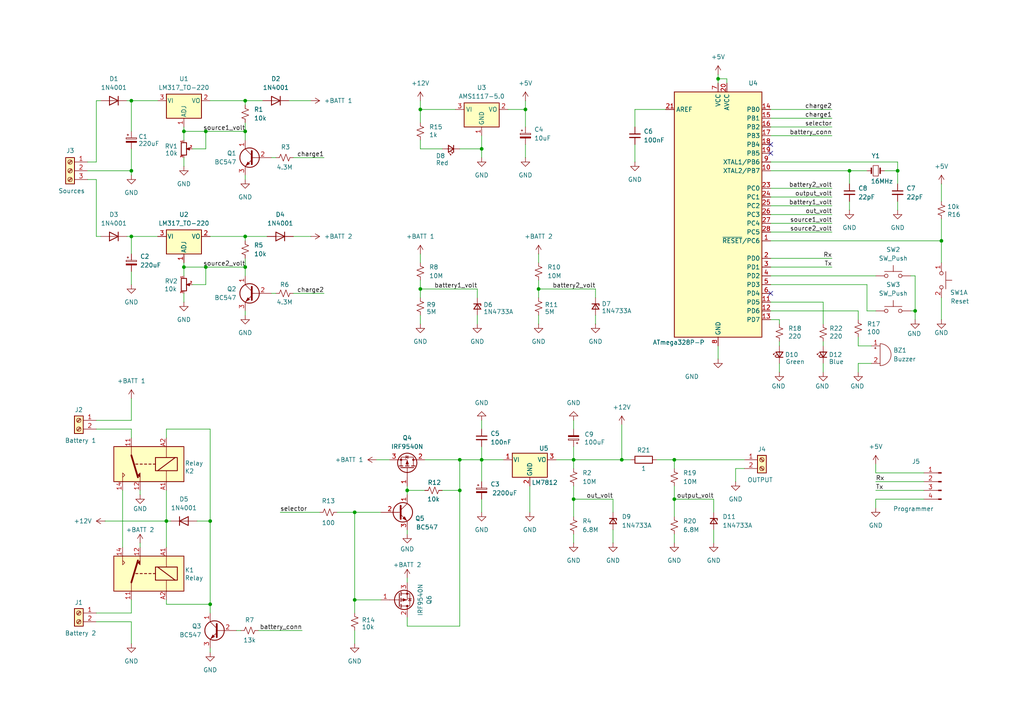
<source format=kicad_sch>
(kicad_sch (version 20231120) (generator "eeschema") (generator_version "8.0")
  (paper "A4")
  (junction (at 38.1 49.53))
  (junction (at 71.12 77.47))
  (junction (at 118.11 142.24))
  (junction (at 195.58 133.35))
  (junction (at 166.37 144.78))
  (junction (at 59.69 38.1))
  (junction (at 71.12 38.1))
  (junction (at 156.21 83.82))
  (junction (at 71.12 68.58))
  (junction (at 139.7 133.35))
  (junction (at 133.35 133.35))
  (junction (at 121.92 31.75))
  (junction (at 195.58 144.78))
  (junction (at 53.34 77.47))
  (junction (at 180.34 133.35))
  (junction (at 71.12 29.21))
  (junction (at 48.26 151.13))
  (junction (at 265.43 90.17))
  (junction (at 60.96 175.26))
  (junction (at 133.35 142.24))
  (junction (at 121.92 83.82))
  (junction (at 260.35 49.53))
  (junction (at 208.28 22.86))
  (junction (at 102.87 173.99))
  (junction (at 59.69 77.47))
  (junction (at 152.4 31.75))
  (junction (at 38.1 29.21))
  (junction (at 38.1 68.58))
  (junction (at 60.96 151.13))
  (junction (at 53.34 38.1))
  (junction (at 166.37 133.35))
  (junction (at 139.7 43.18))
  (junction (at 102.87 148.59))
  (junction (at 246.38 49.53))
  (junction (at 273.05 69.85))
  (no_connect (at 223.52 41.91))
  (no_connect (at 223.52 85.09))
  (no_connect (at 223.52 44.45))
  (wire (pts (xy 48.26 142.24) (xy 48.26 151.13)))
  (wire (pts (xy 265.43 90.17) (xy 265.43 92.71)))
  (wire (pts (xy 264.16 80.01) (xy 265.43 80.01)))
  (wire (pts (xy 195.58 154.94) (xy 195.58 157.48)))
  (wire (pts (xy 248.92 105.41) (xy 248.92 107.95)))
  (wire (pts (xy 208.28 100.33) (xy 208.28 104.14)))
  (wire (pts (xy 48.26 127) (xy 48.26 124.46)))
  (wire (pts (xy 38.1 29.21) (xy 45.72 29.21)))
  (wire (pts (xy 195.58 144.78) (xy 195.58 149.86)))
  (wire (pts (xy 184.15 41.91) (xy 184.15 46.99)))
  (wire (pts (xy 55.88 43.18) (xy 59.69 43.18)))
  (wire (pts (xy 152.4 29.21) (xy 152.4 31.75)))
  (wire (pts (xy 48.26 151.13) (xy 48.26 158.75)))
  (wire (pts (xy 273.05 69.85) (xy 273.05 76.2)))
  (wire (pts (xy 252.73 105.41) (xy 248.92 105.41)))
  (wire (pts (xy 195.58 140.97) (xy 195.58 144.78)))
  (wire (pts (xy 118.11 181.61) (xy 133.35 181.61)))
  (wire (pts (xy 128.27 142.24) (xy 133.35 142.24)))
  (wire (pts (xy 121.92 73.66) (xy 121.92 76.2)))
  (wire (pts (xy 138.43 86.36) (xy 138.43 83.82)))
  (wire (pts (xy 190.5 133.35) (xy 195.58 133.35)))
  (wire (pts (xy 223.52 69.85) (xy 273.05 69.85)))
  (wire (pts (xy 152.4 31.75) (xy 152.4 36.83)))
  (wire (pts (xy 133.35 142.24) (xy 133.35 181.61)))
  (wire (pts (xy 25.4 46.99) (xy 27.94 46.99)))
  (wire (pts (xy 102.87 148.59) (xy 102.87 173.99)))
  (wire (pts (xy 238.76 87.63) (xy 238.76 93.98)))
  (wire (pts (xy 121.92 83.82) (xy 121.92 86.36)))
  (wire (pts (xy 121.92 83.82) (xy 138.43 83.82)))
  (wire (pts (xy 38.1 78.74) (xy 38.1 82.55)))
  (wire (pts (xy 121.92 81.28) (xy 121.92 83.82)))
  (wire (pts (xy 207.01 153.67) (xy 207.01 157.48)))
  (wire (pts (xy 27.94 46.99) (xy 27.94 29.21)))
  (wire (pts (xy 251.46 82.55) (xy 251.46 90.17)))
  (wire (pts (xy 273.05 69.85) (xy 273.05 63.5)))
  (wire (pts (xy 74.93 182.88) (xy 87.63 182.88)))
  (wire (pts (xy 223.52 80.01) (xy 254 80.01)))
  (wire (pts (xy 260.35 49.53) (xy 260.35 53.34)))
  (wire (pts (xy 118.11 142.24) (xy 118.11 143.51)))
  (wire (pts (xy 71.12 29.21) (xy 71.12 30.48)))
  (wire (pts (xy 85.09 85.09) (xy 93.98 85.09)))
  (wire (pts (xy 223.52 74.93) (xy 241.3 74.93)))
  (wire (pts (xy 71.12 35.56) (xy 71.12 38.1)))
  (wire (pts (xy 238.76 105.41) (xy 238.76 107.95)))
  (wire (pts (xy 102.87 173.99) (xy 110.49 173.99)))
  (wire (pts (xy 139.7 43.18) (xy 139.7 39.37)))
  (wire (pts (xy 38.1 68.58) (xy 45.72 68.58)))
  (wire (pts (xy 48.26 151.13) (xy 49.53 151.13)))
  (wire (pts (xy 193.04 31.75) (xy 184.15 31.75)))
  (wire (pts (xy 223.52 67.31) (xy 241.3 67.31)))
  (wire (pts (xy 71.12 74.93) (xy 71.12 77.47)))
  (wire (pts (xy 53.34 38.1) (xy 53.34 40.64)))
  (wire (pts (xy 71.12 29.21) (xy 76.2 29.21)))
  (wire (pts (xy 195.58 133.35) (xy 195.58 135.89)))
  (wire (pts (xy 109.22 133.35) (xy 113.03 133.35)))
  (wire (pts (xy 133.35 43.18) (xy 139.7 43.18)))
  (wire (pts (xy 27.94 177.8) (xy 38.1 177.8)))
  (wire (pts (xy 156.21 73.66) (xy 156.21 76.2)))
  (wire (pts (xy 215.9 135.89) (xy 213.36 135.89)))
  (wire (pts (xy 38.1 49.53) (xy 38.1 50.8)))
  (wire (pts (xy 59.69 38.1) (xy 71.12 38.1)))
  (wire (pts (xy 207.01 144.78) (xy 207.01 148.59)))
  (wire (pts (xy 80.01 45.72) (xy 78.74 45.72)))
  (wire (pts (xy 133.35 133.35) (xy 139.7 133.35)))
  (wire (pts (xy 40.64 157.48) (xy 40.64 158.75)))
  (wire (pts (xy 254 144.78) (xy 254 147.32)))
  (wire (pts (xy 166.37 140.97) (xy 166.37 144.78)))
  (wire (pts (xy 78.74 85.09) (xy 80.01 85.09)))
  (wire (pts (xy 166.37 121.92) (xy 166.37 124.46)))
  (wire (pts (xy 60.96 175.26) (xy 60.96 177.8)))
  (wire (pts (xy 139.7 133.35) (xy 139.7 139.7)))
  (wire (pts (xy 267.97 137.16) (xy 254 137.16)))
  (wire (pts (xy 38.1 121.92) (xy 38.1 115.57)))
  (wire (pts (xy 213.36 135.89) (xy 213.36 139.7)))
  (wire (pts (xy 223.52 36.83) (xy 241.3 36.83)))
  (wire (pts (xy 53.34 38.1) (xy 59.69 38.1)))
  (wire (pts (xy 53.34 77.47) (xy 59.69 77.47)))
  (wire (pts (xy 123.19 133.35) (xy 133.35 133.35)))
  (wire (pts (xy 27.94 121.92) (xy 38.1 121.92)))
  (wire (pts (xy 102.87 148.59) (xy 110.49 148.59)))
  (wire (pts (xy 71.12 38.1) (xy 71.12 40.64)))
  (wire (pts (xy 208.28 22.86) (xy 210.82 22.86)))
  (wire (pts (xy 85.09 68.58) (xy 90.17 68.58)))
  (wire (pts (xy 226.06 99.06) (xy 226.06 100.33)))
  (wire (pts (xy 25.4 49.53) (xy 38.1 49.53)))
  (wire (pts (xy 246.38 58.42) (xy 246.38 60.96)))
  (wire (pts (xy 156.21 83.82) (xy 156.21 86.36)))
  (wire (pts (xy 156.21 91.44) (xy 156.21 93.98)))
  (wire (pts (xy 248.92 100.33) (xy 252.73 100.33)))
  (wire (pts (xy 208.28 21.59) (xy 208.28 22.86)))
  (wire (pts (xy 60.96 187.96) (xy 60.96 189.23)))
  (wire (pts (xy 38.1 124.46) (xy 38.1 127)))
  (wire (pts (xy 139.7 121.92) (xy 139.7 124.46)))
  (wire (pts (xy 195.58 133.35) (xy 215.9 133.35)))
  (wire (pts (xy 118.11 140.97) (xy 118.11 142.24)))
  (wire (pts (xy 139.7 43.18) (xy 139.7 45.72)))
  (wire (pts (xy 118.11 153.67) (xy 118.11 154.94)))
  (wire (pts (xy 267.97 139.7) (xy 254 139.7)))
  (wire (pts (xy 57.15 151.13) (xy 60.96 151.13)))
  (wire (pts (xy 267.97 144.78) (xy 254 144.78)))
  (wire (pts (xy 238.76 99.06) (xy 238.76 100.33)))
  (wire (pts (xy 121.92 43.18) (xy 121.92 40.64)))
  (wire (pts (xy 223.52 87.63) (xy 238.76 87.63)))
  (wire (pts (xy 35.56 142.24) (xy 35.56 158.75)))
  (wire (pts (xy 172.72 91.44) (xy 172.72 93.98)))
  (wire (pts (xy 71.12 77.47) (xy 71.12 80.01)))
  (wire (pts (xy 60.96 68.58) (xy 71.12 68.58)))
  (wire (pts (xy 38.1 43.18) (xy 38.1 49.53)))
  (wire (pts (xy 223.52 31.75) (xy 241.3 31.75)))
  (wire (pts (xy 38.1 29.21) (xy 38.1 38.1)))
  (wire (pts (xy 248.92 90.17) (xy 248.92 92.71)))
  (wire (pts (xy 121.92 29.21) (xy 121.92 31.75)))
  (wire (pts (xy 161.29 133.35) (xy 166.37 133.35)))
  (wire (pts (xy 166.37 133.35) (xy 166.37 135.89)))
  (wire (pts (xy 152.4 41.91) (xy 152.4 45.72)))
  (wire (pts (xy 59.69 82.55) (xy 59.69 77.47)))
  (wire (pts (xy 60.96 124.46) (xy 60.96 151.13)))
  (wire (pts (xy 53.34 45.72) (xy 53.34 48.26)))
  (wire (pts (xy 166.37 144.78) (xy 166.37 149.86)))
  (wire (pts (xy 264.16 90.17) (xy 265.43 90.17)))
  (wire (pts (xy 166.37 144.78) (xy 177.8 144.78)))
  (wire (pts (xy 97.79 148.59) (xy 102.87 148.59)))
  (wire (pts (xy 226.06 92.71) (xy 226.06 93.98)))
  (wire (pts (xy 139.7 129.54) (xy 139.7 133.35)))
  (wire (pts (xy 156.21 83.82) (xy 172.72 83.82)))
  (wire (pts (xy 60.96 175.26) (xy 48.26 175.26)))
  (wire (pts (xy 30.48 151.13) (xy 48.26 151.13)))
  (wire (pts (xy 138.43 91.44) (xy 138.43 93.98)))
  (wire (pts (xy 139.7 133.35) (xy 146.05 133.35)))
  (wire (pts (xy 38.1 173.99) (xy 38.1 177.8)))
  (wire (pts (xy 38.1 180.34) (xy 38.1 186.69)))
  (wire (pts (xy 48.26 175.26) (xy 48.26 173.99)))
  (wire (pts (xy 60.96 29.21) (xy 71.12 29.21)))
  (wire (pts (xy 223.52 62.23) (xy 241.3 62.23)))
  (wire (pts (xy 223.52 54.61) (xy 241.3 54.61)))
  (wire (pts (xy 123.19 142.24) (xy 118.11 142.24)))
  (wire (pts (xy 71.12 50.8) (xy 71.12 52.07)))
  (wire (pts (xy 223.52 77.47) (xy 241.3 77.47)))
  (wire (pts (xy 36.83 68.58) (xy 38.1 68.58)))
  (wire (pts (xy 246.38 49.53) (xy 251.46 49.53)))
  (wire (pts (xy 208.28 22.86) (xy 208.28 24.13)))
  (wire (pts (xy 27.94 29.21) (xy 29.21 29.21)))
  (wire (pts (xy 71.12 68.58) (xy 77.47 68.58)))
  (wire (pts (xy 55.88 82.55) (xy 59.69 82.55)))
  (wire (pts (xy 248.92 97.79) (xy 248.92 100.33)))
  (wire (pts (xy 59.69 77.47) (xy 71.12 77.47)))
  (wire (pts (xy 156.21 81.28) (xy 156.21 83.82)))
  (wire (pts (xy 166.37 154.94) (xy 166.37 157.48)))
  (wire (pts (xy 223.52 82.55) (xy 251.46 82.55)))
  (wire (pts (xy 60.96 151.13) (xy 60.96 175.26)))
  (wire (pts (xy 71.12 68.58) (xy 71.12 69.85)))
  (wire (pts (xy 81.28 148.59) (xy 92.71 148.59)))
  (wire (pts (xy 133.35 142.24) (xy 133.35 133.35)))
  (wire (pts (xy 27.94 124.46) (xy 38.1 124.46)))
  (wire (pts (xy 121.92 31.75) (xy 121.92 35.56)))
  (wire (pts (xy 132.08 31.75) (xy 121.92 31.75)))
  (wire (pts (xy 251.46 90.17) (xy 254 90.17)))
  (wire (pts (xy 36.83 29.21) (xy 38.1 29.21)))
  (wire (pts (xy 267.97 142.24) (xy 254 142.24)))
  (wire (pts (xy 273.05 58.42) (xy 273.05 53.34)))
  (wire (pts (xy 83.82 29.21) (xy 90.17 29.21)))
  (wire (pts (xy 102.87 182.88) (xy 102.87 186.69)))
  (wire (pts (xy 139.7 144.78) (xy 139.7 148.59)))
  (wire (pts (xy 53.34 85.09) (xy 53.34 87.63)))
  (wire (pts (xy 177.8 144.78) (xy 177.8 148.59)))
  (wire (pts (xy 260.35 49.53) (xy 256.54 49.53)))
  (wire (pts (xy 260.35 58.42) (xy 260.35 60.96)))
  (wire (pts (xy 184.15 31.75) (xy 184.15 36.83)))
  (wire (pts (xy 223.52 46.99) (xy 260.35 46.99)))
  (wire (pts (xy 223.52 49.53) (xy 246.38 49.53)))
  (wire (pts (xy 223.52 64.77) (xy 241.3 64.77)))
  (wire (pts (xy 53.34 77.47) (xy 53.34 80.01)))
  (wire (pts (xy 166.37 129.54) (xy 166.37 133.35)))
  (wire (pts (xy 195.58 144.78) (xy 207.01 144.78)))
  (wire (pts (xy 166.37 133.35) (xy 180.34 133.35)))
  (wire (pts (xy 172.72 83.82) (xy 172.72 86.36)))
  (wire (pts (xy 223.52 92.71) (xy 226.06 92.71)))
  (wire (pts (xy 128.27 43.18) (xy 121.92 43.18)))
  (wire (pts (xy 273.05 86.36) (xy 273.05 92.71)))
  (wire (pts (xy 265.43 80.01) (xy 265.43 90.17)))
  (wire (pts (xy 71.12 90.17) (xy 71.12 91.44)))
  (wire (pts (xy 27.94 52.07) (xy 27.94 68.58)))
  (wire (pts (xy 102.87 173.99) (xy 102.87 177.8)))
  (wire (pts (xy 121.92 91.44) (xy 121.92 93.98)))
  (wire (pts (xy 226.06 105.41) (xy 226.06 107.95)))
  (wire (pts (xy 246.38 49.53) (xy 246.38 53.34)))
  (wire (pts (xy 25.4 52.07) (xy 27.94 52.07)))
  (wire (pts (xy 153.67 140.97) (xy 153.67 148.59)))
  (wire (pts (xy 48.26 124.46) (xy 60.96 124.46)))
  (wire (pts (xy 118.11 181.61) (xy 118.11 179.07)))
  (wire (pts (xy 85.09 45.72) (xy 93.98 45.72)))
  (wire (pts (xy 210.82 22.86) (xy 210.82 24.13)))
  (wire (pts (xy 38.1 68.58) (xy 38.1 73.66)))
  (wire (pts (xy 27.94 68.58) (xy 29.21 68.58)))
  (wire (pts (xy 254 134.62) (xy 254 137.16)))
  (wire (pts (xy 223.52 90.17) (xy 248.92 90.17)))
  (wire (pts (xy 68.58 182.88) (xy 69.85 182.88)))
  (wire (pts (xy 260.35 46.99) (xy 260.35 49.53)))
  (wire (pts (xy 223.52 39.37) (xy 241.3 39.37)))
  (wire (pts (xy 223.52 57.15) (xy 241.3 57.15)))
  (wire (pts (xy 223.52 59.69) (xy 241.3 59.69)))
  (wire (pts (xy 147.32 31.75) (xy 152.4 31.75)))
  (wire (pts (xy 180.34 133.35) (xy 182.88 133.35)))
  (wire (pts (xy 59.69 43.18) (xy 59.69 38.1)))
  (wire (pts (xy 53.34 76.2) (xy 53.34 77.47)))
  (wire (pts (xy 118.11 167.64) (xy 118.11 168.91)))
  (wire (pts (xy 53.34 36.83) (xy 53.34 38.1)))
  (wire (pts (xy 27.94 180.34) (xy 38.1 180.34)))
  (wire (pts (xy 177.8 153.67) (xy 177.8 157.48)))
  (wire (pts (xy 223.52 34.29) (xy 241.3 34.29)))
  (wire (pts (xy 180.34 123.19) (xy 180.34 133.35)))
  (wire (pts (xy 40.64 143.51) (xy 40.64 142.24)))
  (label "Tx" (at 254 142.24 0))
  (label "source2_volt" (at 71.12 77.47 180))
  (label "source2_volt" (at 241.3 67.31 180))
  (label "battery1_volt" (at 241.3 59.69 180))
  (label "battery_conn" (at 241.3 39.37 180))
  (label "selector" (at 81.28 148.59 0))
  (label "battery1_volt" (at 138.43 83.82 180))
  (label "out_volt" (at 241.3 62.23 180))
  (label "charge1" (at 93.98 45.72 180))
  (label "source1_volt" (at 71.12 38.1 180))
  (label "source1_volt" (at 241.3 64.77 180))
  (label "out_volt" (at 177.8 144.78 180))
  (label "charge1" (at 241.3 34.29 180))
  (label "battery_conn" (at 87.63 182.88 180))
  (label "charge2" (at 241.3 31.75 180))
  (label "Tx" (at 241.3 77.47 180))
  (label "battery2_volt" (at 172.72 83.82 180))
  (label "output_volt" (at 241.3 57.15 180))
  (label "charge2" (at 93.98 85.09 180))
  (label "battery2_volt" (at 241.3 54.61 180))
  (label "Rx" (at 254 139.7 0))
  (label "Rx" (at 241.3 74.93 180))
  (label "selector" (at 241.3 36.83 180))
  (label "output_volt" (at 207.01 144.78 180))
  (symbol (lib_id "Connector:Screw_Terminal_01x03") (at 20.32 49.53 0) (mirror y) (unit 1)
    (property "Reference" "J3" (at 21.59 43.688 0) (effects (justify left)))
    (property "Value" "Sources" (at 24.638 55.372 0) (effects (justify left)))
    (property "Footprint" "TerminalBlock:TerminalBlock_bornier-3_P5.08mm" (effects (hide yes)))
    (property "Description" "Generic screw terminal, single row, 01x03, script generated (kicad-library-utils/schlib/autogen/connector/)" (effects (hide yes)))
  )
  (symbol (lib_id "Device:C_Polarized_Small") (at 152.4 39.37 0) (unit 1)
    (property "Reference" "C4" (at 154.94 37.5538 0) (effects (justify left)))
    (property "Value" "10uF" (at 154.94 40.0938 0) (effects (justify left)))
    (property "Footprint" "Capacitor_THT:CP_Radial_D6.3mm_P2.50mm" (effects (hide yes)))
    (property "Description" "Polarized capacitor, small symbol" (effects (hide yes)))
  )
  (symbol (lib_id "power:GND") (at 121.92 93.98 0) (unit 1)
    (property "Reference" "#PWR015" (effects (hide yes)))
    (property "Value" "GND" (at 121.92 99.06 0))
    (property "Description" "Power symbol creates a global label with name \"GND\" , ground" (effects (hide yes)))
  )
  (symbol (lib_id "power:GND") (at 102.87 186.69 0) (unit 1)
    (property "Reference" "#PWR022" (effects (hide yes)))
    (property "Value" "GND" (at 102.87 191.77 0))
    (property "Description" "Power symbol creates a global label with name \"GND\" , ground" (effects (hide yes)))
  )
  (symbol (lib_id "Transistor_BJT:BC547") (at 115.57 148.59 0) (unit 1)
    (property "Reference" "Q5" (at 120.396 150.368 0) (effects (justify left)))
    (property "Value" "BC547" (at 120.65 152.908 0) (effects (justify left)))
    (property "Footprint" "Package_TO_SOT_THT:TO-92_Inline" (effects (hide yes)))
    (property "Datasheet" "https://www.onsemi.com/pub/Collateral/BC550-D.pdf" (effects (hide yes)))
    (property "Description" "0.1A Ic, 45V Vce, Small Signal NPN Transistor, TO-92" (effects (hide yes)))
  )
  (symbol (lib_id "Device:R") (at 186.69 133.35 90) (unit 1)
    (property "Reference" "R21" (at 186.69 130.556 90))
    (property "Value" "1" (at 186.69 135.89 90))
    (property "Footprint" "Resistor_THT:R_Axial_Power_L20.0mm_W6.4mm_P30.48mm" (effects (hide yes)))
    (property "Description" "Resistor" (effects (hide yes)))
  )
  (symbol (lib_id "Regulator_Linear:AMS1117-5.0") (at 139.7 31.75 0) (unit 1)
    (property "Reference" "U3" (at 139.7 25.4 0))
    (property "Value" "AMS1117-5.0" (at 139.7 27.94 0))
    (property "Footprint" "Package_TO_SOT_SMD:SOT-223-3_TabPin2" (effects (hide yes)))
    (property "Datasheet" "http://www.advanced-monolithic.com/pdf/ds1117.pdf" (effects (hide yes)))
    (property "Description" "1A Low Dropout regulator, positive, 5.0V fixed output, SOT-223" (effects (hide yes)))
  )
  (symbol (lib_id "Diode:1N4001") (at 33.02 29.21 180) (unit 1)
    (property "Reference" "D1" (at 33.02 22.86 0))
    (property "Value" "1N4001" (at 33.02 25.4 0))
    (property "Footprint" "Diode_THT:D_DO-41_SOD81_P10.16mm_Horizontal" (effects (hide yes)))
    (property "Datasheet" "http://www.vishay.com/docs/88503/1n4001.pdf" (effects (hide yes)))
    (property "Description" "50V 1A General Purpose Rectifier Diode, DO-41" (effects (hide yes)))
    (property "Sim.Device" "D" (effects (hide yes)))
    (property "Sim.Pins" "1=K 2=A" (effects (hide yes)))
  )
  (symbol (lib_id "power:+BATT") (at 38.1 115.57 0) (unit 1)
    (property "Reference" "#PWR011" (effects (hide yes)))
    (property "Value" "+BATT 1" (at 38.1 110.49 0))
    (property "Description" "Power symbol creates a global label with name \"+BATT\"" (effects (hide yes)))
  )
  (symbol (lib_id "Connector:Screw_Terminal_01x02") (at 22.86 177.8 0) (mirror y) (unit 1)
    (property "Reference" "J1" (at 22.86 174.752 0))
    (property "Value" "Battery 2" (at 23.368 183.642 0))
    (property "Footprint" "TerminalBlock:TerminalBlock_bornier-2_P5.08mm" (effects (hide yes)))
    (property "Description" "Generic screw terminal, single row, 01x02, script generated (kicad-library-utils/schlib/autogen/connector/)" (effects (hide yes)))
  )
  (symbol (lib_id "power:GND") (at 139.7 121.92 180) (unit 1)
    (property "Reference" "#PWR033" (effects (hide yes)))
    (property "Value" "GND" (at 139.7 116.84 0))
    (property "Description" "Power symbol creates a global label with name \"GND\" , ground" (effects (hide yes)))
  )
  (symbol (lib_id "power:GND") (at 152.4 45.72 0) (unit 1)
    (property "Reference" "#PWR029" (effects (hide yes)))
    (property "Value" "GND" (at 152.4 50.8 0))
    (property "Description" "Power symbol creates a global label with name \"GND\" , ground" (effects (hide yes)))
  )
  (symbol (lib_id "power:+5V") (at 152.4 29.21 0) (unit 1)
    (property "Reference" "#PWR031" (effects (hide yes)))
    (property "Value" "+5V" (at 152.4 24.13 0))
    (property "Description" "Power symbol creates a global label with name \"+5V\"" (effects (hide yes)))
  )
  (symbol (lib_id "Switch:SW_Push") (at 259.08 80.01 0) (unit 1)
    (property "Reference" "SW2" (at 259.08 72.39 0))
    (property "Value" "SW_Push" (at 259.08 74.93 0))
    (property "Footprint" "Connector_PinHeader_2.00mm:PinHeader_2x01_P2.00mm_Vertical" (effects (hide yes)))
    (property "Description" "Push button switch, generic, two pins" (effects (hide yes)))
  )
  (symbol (lib_id "power:+BATT") (at 90.17 68.58 270) (unit 1)
    (property "Reference" "#PWR010" (effects (hide yes)))
    (property "Value" "+BATT 2" (at 93.98 68.5799 90) (effects (justify left)))
    (property "Description" "Power symbol creates a global label with name \"+BATT\"" (effects (hide yes)))
  )
  (symbol (lib_id "Device:D_Zener_Small") (at 138.43 88.9 270) (unit 1)
    (property "Reference" "D6" (at 140.208 88.392 90) (effects (justify left)))
    (property "Value" "1N4733A" (at 140.208 90.424 90) (effects (justify left)))
    (property "Footprint" "Diode_THT:D_A-405_P10.16mm_Horizontal" (effects (hide yes)))
    (property "Description" "Zener diode, small symbol" (effects (hide yes)))
  )
  (symbol (lib_id "power:+12V") (at 180.34 123.19 0) (unit 1)
    (property "Reference" "#PWR023" (effects (hide yes)))
    (property "Value" "+12V" (at 180.34 118.11 0))
    (property "Description" "Power symbol creates a global label with name \"+12V\"" (effects (hide yes)))
  )
  (symbol (lib_id "power:+5V") (at 254 134.62 0) (mirror y) (unit 1)
    (property "Reference" "#PWR042" (effects (hide yes)))
    (property "Value" "+5V" (at 254 129.54 0))
    (property "Description" "Power symbol creates a global label with name \"+5V\"" (effects (hide yes)))
  )
  (symbol (lib_id "Switch:SW_Push") (at 259.08 90.17 0) (unit 1)
    (property "Reference" "SW3" (at 259.08 82.55 0))
    (property "Value" "SW_Push" (at 259.08 85.09 0))
    (property "Footprint" "Connector_PinHeader_2.00mm:PinHeader_2x01_P2.00mm_Vertical" (effects (hide yes)))
    (property "Description" "Push button switch, generic, two pins" (effects (hide yes)))
  )
  (symbol (lib_id "Device:C_Polarized_Small") (at 139.7 142.24 0) (unit 1)
    (property "Reference" "C3" (at 142.24 140.4238 0) (effects (justify left)))
    (property "Value" "2200uF" (at 142.748 143.002 0) (effects (justify left)))
    (property "Footprint" "Capacitor_THT:CP_Radial_D6.3mm_P2.50mm" (effects (hide yes)))
    (property "Description" "Polarized capacitor, small symbol" (effects (hide yes)))
  )
  (symbol (lib_id "Device:C_Small") (at 260.35 55.88 0) (unit 1)
    (property "Reference" "C7" (at 262.89 54.6162 0) (effects (justify left)))
    (property "Value" "22pF" (at 262.89 57.1562 0) (effects (justify left)))
    (property "Footprint" "Capacitor_THT:C_Disc_D3.0mm_W1.6mm_P2.50mm" (effects (hide yes)))
    (property "Description" "Unpolarized capacitor, small symbol" (effects (hide yes)))
  )
  (symbol (lib_id "power:GND") (at 153.67 148.59 0) (unit 1)
    (property "Reference" "#PWR048" (effects (hide yes)))
    (property "Value" "GND" (at 153.67 153.67 0))
    (property "Description" "Power symbol creates a global label with name \"GND\" , ground" (effects (hide yes)))
  )
  (symbol (lib_id "Device:R_Small_US") (at 72.39 182.88 90) (unit 1)
    (property "Reference" "R7" (at 72.39 179.832 90))
    (property "Value" "13k" (at 72.39 185.674 90))
    (property "Footprint" "Resistor_THT:R_Axial_DIN0207_L6.3mm_D2.5mm_P10.16mm_Horizontal" (effects (hide yes)))
    (property "Description" "Resistor, small US symbol" (effects (hide yes)))
  )
  (symbol (lib_id "Switch:SW_Push_Dual_x2") (at 273.05 81.28 270) (unit 1)
    (property "Reference" "SW1" (at 278.13 84.836 90))
    (property "Value" "Reset" (at 278.384 87.376 90))
    (property "Footprint" "Button_Switch_THT:SW_PUSH_6mm_H4.3mm" (effects (hide yes)))
    (property "Description" "Push button switch, generic, separate symbols, four pins" (effects (hide yes)))
  )
  (symbol (lib_id "Device:R_Small_US") (at 166.37 152.4 0) (unit 1)
    (property "Reference" "R4" (at 168.91 151.1299 0) (effects (justify left)))
    (property "Value" "6.8M" (at 168.91 153.6699 0) (effects (justify left)))
    (property "Footprint" "Resistor_THT:R_Axial_DIN0207_L6.3mm_D2.5mm_P10.16mm_Horizontal" (effects (hide yes)))
    (property "Description" "Resistor, small US symbol" (effects (hide yes)))
  )
  (symbol (lib_id "power:+BATT") (at 109.22 133.35 90) (unit 1)
    (property "Reference" "#PWR027" (effects (hide yes)))
    (property "Value" "+BATT 1" (at 105.41 133.3499 90) (effects (justify left)))
    (property "Description" "Power symbol creates a global label with name \"+BATT\"" (effects (hide yes)))
  )
  (symbol (lib_id "Transistor_BJT:BC547") (at 73.66 85.09 0) (mirror y) (unit 1)
    (property "Reference" "Q2" (at 68.58 83.8199 0) (effects (justify left)))
    (property "Value" "BC547" (at 68.58 86.3599 0) (effects (justify left)))
    (property "Footprint" "Package_TO_SOT_THT:TO-92_Inline" (effects (hide yes)))
    (property "Datasheet" "https://www.onsemi.com/pub/Collateral/BC550-D.pdf" (effects (hide yes)))
    (property "Description" "0.1A Ic, 45V Vce, Small Signal NPN Transistor, TO-92" (effects (hide yes)))
  )
  (symbol (lib_id "power:GND") (at 53.34 87.63 0) (unit 1)
    (property "Reference" "#PWR06" (effects (hide yes)))
    (property "Value" "GND" (at 53.34 92.71 0))
    (property "Description" "Power symbol creates a global label with name \"GND\" , ground" (effects (hide yes)))
  )
  (symbol (lib_id "Transistor_BJT:BC547") (at 63.5 182.88 0) (mirror y) (unit 1)
    (property "Reference" "Q3" (at 58.42 181.6099 0) (effects (justify left)))
    (property "Value" "BC547" (at 58.42 184.1499 0) (effects (justify left)))
    (property "Footprint" "Package_TO_SOT_THT:TO-92_Inline" (effects (hide yes)))
    (property "Datasheet" "https://www.onsemi.com/pub/Collateral/BC550-D.pdf" (effects (hide yes)))
    (property "Description" "0.1A Ic, 45V Vce, Small Signal NPN Transistor, TO-92" (effects (hide yes)))
  )
  (symbol (lib_id "power:+5V") (at 208.28 21.59 0) (unit 1)
    (property "Reference" "#PWR038" (effects (hide yes)))
    (property "Value" "+5V" (at 208.28 16.51 0))
    (property "Description" "Power symbol creates a global label with name \"+5V\"" (effects (hide yes)))
  )
  (symbol (lib_id "power:GND") (at 38.1 186.69 0) (unit 1)
    (property "Reference" "#PWR08" (effects (hide yes)))
    (property "Value" "GND" (at 38.1 191.77 0))
    (property "Description" "Power symbol creates a global label with name \"GND\" , ground" (effects (hide yes)))
  )
  (symbol (lib_id "Device:Crystal_Small") (at 254 49.53 0) (unit 1)
    (property "Reference" "Y1" (at 254 45.212 0))
    (property "Value" "16MHz" (at 255.778 52.578 0))
    (property "Footprint" "Crystal:Crystal_HC18-U_Vertical" (effects (hide yes)))
    (property "Description" "Two pin crystal, small symbol" (effects (hide yes)))
  )
  (symbol (lib_id "power:GND") (at 260.35 60.96 0) (unit 1)
    (property "Reference" "#PWR037" (effects (hide yes)))
    (property "Value" "GND" (at 260.35 66.04 0))
    (property "Description" "Power symbol creates a global label with name \"GND\" , ground" (effects (hide yes)))
  )
  (symbol (lib_id "Connector:Screw_Terminal_01x02") (at 22.86 121.92 0) (mirror y) (unit 1)
    (property "Reference" "J2" (at 22.86 118.872 0))
    (property "Value" "Battery 1" (at 23.368 127.762 0))
    (property "Footprint" "TerminalBlock:TerminalBlock_bornier-2_P5.08mm" (effects (hide yes)))
    (property "Description" "Generic screw terminal, single row, 01x02, script generated (kicad-library-utils/schlib/autogen/connector/)" (effects (hide yes)))
  )
  (symbol (lib_id "Device:R_Small_US") (at 95.25 148.59 90) (unit 1)
    (property "Reference" "R13" (at 95.25 145.288 90))
    (property "Value" "100" (at 95.25 151.638 90))
    (property "Footprint" "Resistor_THT:R_Axial_DIN0207_L6.3mm_D2.5mm_P10.16mm_Horizontal" (effects (hide yes)))
    (property "Description" "Resistor, small US symbol" (effects (hide yes)))
  )
  (symbol (lib_id "MCU_Microchip_ATmega:ATmega328P-P") (at 208.28 62.23 0) (unit 1)
    (property "Reference" "U4" (at 218.44 24.13 0))
    (property "Value" "ATmega328P-P" (at 196.85 99.314 0))
    (property "Footprint" "Package_DIP:DIP-28_W7.62mm" (effects (hide yes)))
    (property "Datasheet" "http://ww1.microchip.com/downloads/en/DeviceDoc/ATmega328_P%20AVR%20MCU%20with%20picoPower%20Technology%20Data%20Sheet%2040001984A.pdf" (effects (hide yes)))
    (property "Description" "20MHz, 32kB Flash, 2kB SRAM, 1kB EEPROM, DIP-28" (effects (hide yes)))
  )
  (symbol (lib_id "power:GND") (at 184.15 46.99 0) (unit 1)
    (property "Reference" "#PWR034" (effects (hide yes)))
    (property "Value" "GND" (at 184.15 52.07 0))
    (property "Description" "Power symbol creates a global label with name \"GND\" , ground" (effects (hide yes)))
  )
  (symbol (lib_id "power:GND") (at 226.06 107.95 0) (unit 1)
    (property "Reference" "#PWR047" (effects (hide yes)))
    (property "Value" "GND" (at 227.838 112.014 0) (effects (justify right)))
    (property "Description" "Power symbol creates a global label with name \"GND\" , ground" (effects (hide yes)))
  )
  (symbol (lib_id "power:+BATT") (at 90.17 29.21 270) (unit 1)
    (property "Reference" "#PWR09" (effects (hide yes)))
    (property "Value" "+BATT 1" (at 93.98 29.2099 90) (effects (justify left)))
    (property "Description" "Power symbol creates a global label with name \"+BATT\"" (effects (hide yes)))
  )
  (symbol (lib_id "Device:R_Potentiometer_Small") (at 53.34 43.18 0) (unit 1)
    (property "Reference" "RV1" (at 51.562 42.418 0) (effects (justify right)))
    (property "Value" "10k" (at 51.562 44.45 0) (effects (justify right)))
    (property "Footprint" "Potentiometer_THT:Potentiometer_Runtron_RM-065_Vertical" (effects (hide yes)))
    (property "Description" "Potentiometer" (effects (hide yes)))
  )
  (symbol (lib_id "Device:R_Small_US") (at 125.73 142.24 90) (unit 1)
    (property "Reference" "R12" (at 125.984 139.954 90))
    (property "Value" "10k" (at 125.73 144.78 90))
    (property "Footprint" "Resistor_THT:R_Axial_DIN0207_L6.3mm_D2.5mm_P10.16mm_Horizontal" (effects (hide yes)))
    (property "Description" "Resistor, small US symbol" (effects (hide yes)))
  )
  (symbol (lib_id "power:+5V") (at 273.05 53.34 0) (unit 1)
    (property "Reference" "#PWR040" (effects (hide yes)))
    (property "Value" "+5V" (at 273.05 48.26 0))
    (property "Description" "Power symbol creates a global label with name \"+5V\"" (effects (hide yes)))
  )
  (symbol (lib_id "Device:D_Zener_Small") (at 207.01 151.13 270) (unit 1)
    (property "Reference" "D11" (at 209.55 149.8599 90) (effects (justify left)))
    (property "Value" "1N4733A" (at 209.55 152.3999 90) (effects (justify left)))
    (property "Footprint" "Diode_THT:D_A-405_P10.16mm_Horizontal" (effects (hide yes)))
    (property "Description" "Zener diode, small symbol" (effects (hide yes)))
  )
  (symbol (lib_id "power:+12V") (at 121.92 29.21 0) (unit 1)
    (property "Reference" "#PWR030" (effects (hide yes)))
    (property "Value" "+12V" (at 121.92 24.13 0))
    (property "Description" "Power symbol creates a global label with name \"+12V\"" (effects (hide yes)))
  )
  (symbol (lib_id "Device:C_Small") (at 139.7 127 0) (unit 1)
    (property "Reference" "C5" (at 142.24 125.7362 0) (effects (justify left)))
    (property "Value" "100nF" (at 142.24 128.2762 0) (effects (justify left)))
    (property "Footprint" "Capacitor_THT:C_Disc_D3.0mm_W1.6mm_P2.50mm" (effects (hide yes)))
    (property "Description" "Unpolarized capacitor, small symbol" (effects (hide yes)))
  )
  (symbol (lib_id "Device:LED_Small") (at 130.81 43.18 180) (unit 1)
    (property "Reference" "D8" (at 127.762 45.212 0))
    (property "Value" "Red" (at 128.27 47.244 0))
    (property "Footprint" "LED_THT:LED_D3.0mm_Clear" (effects (hide yes)))
    (property "Description" "Light emitting diode, small symbol" (effects (hide yes)))
  )
  (symbol (lib_id "Device:C_Small") (at 184.15 39.37 0) (unit 1)
    (property "Reference" "C6" (at 186.69 38.1062 0) (effects (justify left)))
    (property "Value" "100nF" (at 186.69 40.6462 0) (effects (justify left)))
    (property "Footprint" "Capacitor_THT:C_Disc_D3.0mm_W1.6mm_P2.50mm" (effects (hide yes)))
    (property "Description" "Unpolarized capacitor, small symbol" (effects (hide yes)))
  )
  (symbol (lib_id "power:+BATT") (at 156.21 73.66 0) (unit 1)
    (property "Reference" "#PWR020" (effects (hide yes)))
    (property "Value" "+BATT 2" (at 156.21 68.58 0))
    (property "Description" "Power symbol creates a global label with name \"+BATT\"" (effects (hide yes)))
  )
  (symbol (lib_id "Device:R_Small_US") (at 156.21 88.9 0) (unit 1)
    (property "Reference" "R11" (at 157.988 88.392 0) (effects (justify left)))
    (property "Value" "5M" (at 157.988 90.424 0) (effects (justify left)))
    (property "Footprint" "Resistor_THT:R_Axial_DIN0207_L6.3mm_D2.5mm_P10.16mm_Horizontal" (effects (hide yes)))
    (property "Description" "Resistor, small US symbol" (effects (hide yes)))
  )
  (symbol (lib_id "Device:C_Polarized_Small") (at 38.1 76.2 0) (unit 1)
    (property "Reference" "C2" (at 40.64 74.3838 0) (effects (justify left)))
    (property "Value" "220uF" (at 40.64 76.9238 0) (effects (justify left)))
    (property "Footprint" "Capacitor_THT:CP_Radial_D6.3mm_P2.50mm" (effects (hide yes)))
    (property "Description" "Polarized capacitor, small symbol" (effects (hide yes)))
  )
  (symbol (lib_id "Device:R_Small_US") (at 71.12 72.39 0) (unit 1)
    (property "Reference" "R5" (at 73.66 71.1199 0) (effects (justify left)))
    (property "Value" "10k" (at 73.66 73.6599 0) (effects (justify left)))
    (property "Footprint" "Resistor_THT:R_Axial_DIN0207_L6.3mm_D2.5mm_P10.16mm_Horizontal" (effects (hide yes)))
    (property "Description" "Resistor, small US symbol" (effects (hide yes)))
  )
  (symbol (lib_id "Device:R_Small_US") (at 71.12 33.02 0) (unit 1)
    (property "Reference" "R1" (at 73.66 31.7499 0) (effects (justify left)))
    (property "Value" "10k" (at 73.66 34.2899 0) (effects (justify left)))
    (property "Footprint" "Resistor_THT:R_Axial_DIN0207_L6.3mm_D2.5mm_P10.16mm_Horizontal" (effects (hide yes)))
    (property "Description" "Resistor, small US symbol" (effects (hide yes)))
  )
  (symbol (lib_id "Regulator_Linear:LM7812_TO220") (at 153.67 133.35 0) (unit 1)
    (property "Reference" "U5" (at 157.734 130.048 0))
    (property "Value" "LM7812" (at 157.988 139.954 0))
    (property "Footprint" "Package_TO_SOT_THT:TO-220-3_Vertical" (effects (hide yes)))
    (property "Datasheet" "https://www.onsemi.cn/PowerSolutions/document/MC7800-D.PDF" (effects (hide yes)))
    (property "Description" "Positive 1A 35V Linear Regulator, Fixed Output 12V, TO-220" (effects (hide yes)))
  )
  (symbol (lib_id "Device:R_Small_US") (at 226.06 96.52 0) (unit 1)
    (property "Reference" "R18" (at 228.6 95.2499 0) (effects (justify left)))
    (property "Value" "220" (at 228.6 97.536 0) (effects (justify left)))
    (property "Footprint" "Resistor_THT:R_Axial_DIN0207_L6.3mm_D2.5mm_P10.16mm_Horizontal" (effects (hide yes)))
    (property "Description" "Resistor, small US symbol" (effects (hide yes)))
  )
  (symbol (lib_id "power:GND") (at 60.96 189.23 0) (unit 1)
    (property "Reference" "#PWR014" (effects (hide yes)))
    (property "Value" "GND" (at 60.96 194.31 0))
    (property "Description" "Power symbol creates a global label with name \"GND\" , ground" (effects (hide yes)))
  )
  (symbol (lib_id "power:GND") (at 195.58 157.48 0) (unit 1)
    (property "Reference" "#PWR04" (effects (hide yes)))
    (property "Value" "GND" (at 195.58 162.56 0))
    (property "Description" "Power symbol creates a global label with name \"GND\" , ground" (effects (hide yes)))
  )
  (symbol (lib_id "Relay:Relay_SPDT") (at 43.18 166.37 0) (mirror y) (unit 1)
    (property "Reference" "K1" (at 53.594 165.354 0) (effects (justify right)))
    (property "Value" "Relay" (at 53.594 167.64 0) (effects (justify right)))
    (property "Footprint" "Relay_THT:Relay_SPDT_Finder_36.11" (effects (hide yes)))
    (property "Description" "Monostable Relay SPDT, EN50005" (effects (hide yes)))
  )
  (symbol (lib_id "Device:R_Small_US") (at 121.92 88.9 0) (unit 1)
    (property "Reference" "R9" (at 123.698 88.392 0) (effects (justify left)))
    (property "Value" "5M" (at 123.698 90.424 0) (effects (justify left)))
    (property "Footprint" "Resistor_THT:R_Axial_DIN0207_L6.3mm_D2.5mm_P10.16mm_Horizontal" (effects (hide yes)))
    (property "Description" "Resistor, small US symbol" (effects (hide yes)))
  )
  (symbol (lib_id "Transistor_FET:IRF9540N") (at 118.11 135.89 270) (mirror x) (unit 1)
    (property "Reference" "Q4" (at 118.11 127 90))
    (property "Value" "IRF9540N" (at 118.11 129.54 90))
    (property "Footprint" "Package_TO_SOT_THT:TO-220-3_Vertical" (effects (hide yes)))
    (property "Datasheet" "http://www.irf.com/product-info/datasheets/data/irf9540n.pdf" (effects (hide yes)))
    (property "Description" "-23A Id, -100V Vds, 117mOhm Rds, P-Channel HEXFET Power MOSFET, TO-220" (effects (hide yes)))
  )
  (symbol (lib_id "Regulator_Linear:LM317_TO-220") (at 53.34 68.58 0) (unit 1)
    (property "Reference" "U2" (at 53.34 62.23 0))
    (property "Value" "LM317_TO-220" (at 53.34 64.77 0))
    (property "Footprint" "Package_TO_SOT_THT:TO-220-3_Vertical" (effects (hide yes)))
    (property "Datasheet" "http://www.ti.com/lit/ds/symlink/lm317.pdf" (effects (hide yes)))
    (property "Description" "1.5A 35V Adjustable Linear Regulator, TO-220" (effects (hide yes)))
  )
  (symbol (lib_id "Regulator_Linear:LM317_TO-220") (at 53.34 29.21 0) (unit 1)
    (property "Reference" "U1" (at 53.34 22.86 0))
    (property "Value" "LM317_TO-220" (at 53.34 25.4 0))
    (property "Footprint" "Package_TO_SOT_THT:TO-220-3_Vertical" (effects (hide yes)))
    (property "Datasheet" "http://www.ti.com/lit/ds/symlink/lm317.pdf" (effects (hide yes)))
    (property "Description" "1.5A 35V Adjustable Linear Regulator, TO-220" (effects (hide yes)))
  )
  (symbol (lib_id "Device:R_Small_US") (at 82.55 45.72 90) (unit 1)
    (property "Reference" "R3" (at 82.804 42.672 90))
    (property "Value" "4.3M" (at 82.55 48.514 90))
    (property "Footprint" "Resistor_THT:R_Axial_DIN0207_L6.3mm_D2.5mm_P10.16mm_Horizontal" (effects (hide yes)))
    (property "Description" "Resistor, small US symbol" (effects (hide yes)))
  )
  (symbol (lib_id "Device:C_Polarized_Small") (at 166.37 127 180) (unit 1)
    (property "Reference" "C9" (at 172.212 125.984 0) (effects (justify left)))
    (property "Value" "100uF" (at 175.514 128.27 0) (effects (justify left)))
    (property "Footprint" "Capacitor_THT:CP_Radial_D6.3mm_P2.50mm" (effects (hide yes)))
    (property "Description" "Polarized capacitor, small symbol" (effects (hide yes)))
  )
  (symbol (lib_id "power:+BATT") (at 118.11 167.64 0) (unit 1)
    (property "Reference" "#PWR026" (effects (hide yes)))
    (property "Value" "+BATT 2" (at 118.11 163.83 0))
    (property "Description" "Power symbol creates a global label with name \"+BATT\"" (effects (hide yes)))
  )
  (symbol (lib_id "power:GND") (at 38.1 82.55 0) (unit 1)
    (property "Reference" "#PWR05" (effects (hide yes)))
    (property "Value" "GND" (at 38.1 87.63 0))
    (property "Description" "Power symbol creates a global label with name \"GND\" , ground" (effects (hide yes)))
  )
  (symbol (lib_id "Device:D_Zener_Small") (at 177.8 151.13 270) (unit 1)
    (property "Reference" "D9" (at 180.34 149.8599 90) (effects (justify left)))
    (property "Value" "1N4733A" (at 180.34 152.3999 90) (effects (justify left)))
    (property "Footprint" "Diode_THT:D_A-405_P10.16mm_Horizontal" (effects (hide yes)))
    (property "Description" "Zener diode, small symbol" (effects (hide yes)))
  )
  (symbol (lib_id "power:GND") (at 156.21 93.98 0) (unit 1)
    (property "Reference" "#PWR017" (effects (hide yes)))
    (property "Value" "GND" (at 156.21 99.06 0))
    (property "Description" "Power symbol creates a global label with name \"GND\" , ground" (effects (hide yes)))
  )
  (symbol (lib_id "power:GND") (at 138.43 93.98 0) (unit 1)
    (property "Reference" "#PWR016" (effects (hide yes)))
    (property "Value" "GND" (at 138.43 99.06 0))
    (property "Description" "Power symbol creates a global label with name \"GND\" , ground" (effects (hide yes)))
  )
  (symbol (lib_id "power:GND") (at 40.64 143.51 0) (unit 1)
    (property "Reference" "#PWR012" (effects (hide yes)))
    (property "Value" "GND" (at 40.64 147.574 0))
    (property "Description" "Power symbol creates a global label with name \"GND\" , ground" (effects (hide yes)))
  )
  (symbol (lib_id "Device:D_Zener_Small") (at 172.72 88.9 270) (unit 1)
    (property "Reference" "D7" (at 174.498 88.138 90) (effects (justify left)))
    (property "Value" "1N4733A" (at 174.498 90.17 90) (effects (justify left)))
    (property "Footprint" "Diode_THT:D_A-405_P10.16mm_Horizontal" (effects (hide yes)))
    (property "Description" "Zener diode, small symbol" (effects (hide yes)))
  )
  (symbol (lib_id "Diode:1N4001") (at 81.28 68.58 180) (unit 1)
    (property "Reference" "D4" (at 81.28 62.23 0))
    (property "Value" "1N4001" (at 81.28 64.77 0))
    (property "Footprint" "Diode_THT:D_DO-41_SOD81_P10.16mm_Horizontal" (effects (hide yes)))
    (property "Datasheet" "http://www.vishay.com/docs/88503/1n4001.pdf" (effects (hide yes)))
    (property "Description" "50V 1A General Purpose Rectifier Diode, DO-41" (effects (hide yes)))
    (property "Sim.Device" "D" (effects (hide yes)))
    (property "Sim.Pins" "1=K 2=A" (effects (hide yes)))
  )
  (symbol (lib_id "power:GND") (at 53.34 48.26 0) (unit 1)
    (property "Reference" "#PWR02" (effects (hide yes)))
    (property "Value" "GND" (at 53.34 53.34 0))
    (property "Description" "Power symbol creates a global label with name \"GND\" , ground" (effects (hide yes)))
  )
  (symbol (lib_id "Device:Buzzer") (at 255.27 102.87 0) (unit 1)
    (property "Reference" "BZ1" (at 259.08 101.5999 0) (effects (justify left)))
    (property "Value" "Buzzer" (at 259.08 104.1399 0) (effects (justify left)))
    (property "Footprint" "Buzzer_Beeper:Buzzer_12x9.5RM7.6" (effects (hide yes)))
    (property "Description" "Buzzer, polarized" (effects (hide yes)))
  )
  (symbol (lib_id "power:GND") (at 238.76 107.95 0) (unit 1)
    (property "Reference" "#PWR051" (effects (hide yes)))
    (property "Value" "GND" (at 240.538 112.014 0) (effects (justify right)))
    (property "Description" "Power symbol creates a global label with name \"GND\" , ground" (effects (hide yes)))
  )
  (symbol (lib_id "power:GND") (at 254 147.32 0) (mirror y) (unit 1)
    (property "Reference" "#PWR041" (effects (hide yes)))
    (property "Value" "GND" (at 254 152.4 0))
    (property "Description" "Power symbol creates a global label with name \"GND\" , ground" (effects (hide yes)))
  )
  (symbol (lib_id "power:GND") (at 208.28 104.14 0) (unit 1)
    (property "Reference" "#PWR035" (effects (hide yes)))
    (property "Value" "GND" (at 200.66 109.22 0))
    (property "Description" "Power symbol creates a global label with name \"GND\" , ground" (effects (hide yes)))
  )
  (symbol (lib_id "Device:R_Small_US") (at 102.87 180.34 0) (unit 1)
    (property "Reference" "R14" (at 104.902 179.832 0) (effects (justify left)))
    (property "Value" "10k" (at 104.902 181.864 0) (effects (justify left)))
    (property "Footprint" "Resistor_THT:R_Axial_DIN0207_L6.3mm_D2.5mm_P10.16mm_Horizontal" (effects (hide yes)))
    (property "Description" "Resistor, small US symbol" (effects (hide yes)))
  )
  (symbol (lib_id "Device:R_Small_US") (at 195.58 138.43 0) (unit 1)
    (property "Reference" "R19" (at 198.12 137.1599 0) (effects (justify left)))
    (property "Value" "10M" (at 198.12 139.6999 0) (effects (justify left)))
    (property "Footprint" "Resistor_THT:R_Axial_DIN0207_L6.3mm_D2.5mm_P10.16mm_Horizontal" (effects (hide yes)))
    (property "Description" "Resistor, small US symbol" (effects (hide yes)))
  )
  (symbol (lib_id "Device:R_Small_US") (at 238.76 96.52 0) (unit 1)
    (property "Reference" "R22" (at 240.538 95.25 0) (effects (justify left)))
    (property "Value" "220" (at 240.538 97.536 0) (effects (justify left)))
    (property "Footprint" "Resistor_THT:R_Axial_DIN0207_L6.3mm_D2.5mm_P10.16mm_Horizontal" (effects (hide yes)))
    (property "Description" "Resistor, small US symbol" (effects (hide yes)))
  )
  (symbol (lib_id "power:GND") (at 207.01 157.48 0) (unit 1)
    (property "Reference" "#PWR050" (effects (hide yes)))
    (property "Value" "GND" (at 207.01 162.56 0))
    (property "Description" "Power symbol creates a global label with name \"GND\" , ground" (effects (hide yes)))
  )
  (symbol (lib_id "power:GND") (at 177.8 157.48 0) (unit 1)
    (property "Reference" "#PWR044" (effects (hide yes)))
    (property "Value" "GND" (at 177.8 162.56 0))
    (property "Description" "Power symbol creates a global label with name \"GND\" , ground" (effects (hide yes)))
  )
  (symbol (lib_id "power:GND") (at 246.38 60.96 0) (unit 1)
    (property "Reference" "#PWR036" (effects (hide yes)))
    (property "Value" "GND" (at 246.38 66.04 0))
    (property "Description" "Power symbol creates a global label with name \"GND\" , ground" (effects (hide yes)))
  )
  (symbol (lib_id "power:GND") (at 248.92 107.95 0) (unit 1)
    (property "Reference" "#PWR046" (effects (hide yes)))
    (property "Value" "GND" (at 250.698 112.014 0) (effects (justify right)))
    (property "Description" "Power symbol creates a global label with name \"GND\" , ground" (effects (hide yes)))
  )
  (symbol (lib_id "Diode:1N4001") (at 53.34 151.13 0) (unit 1)
    (property "Reference" "D5" (at 53.34 144.78 0))
    (property "Value" "1N4001" (at 53.34 147.32 0))
    (property "Footprint" "Diode_THT:D_DO-41_SOD81_P10.16mm_Horizontal" (effects (hide yes)))
    (property "Datasheet" "http://www.vishay.com/docs/88503/1n4001.pdf" (effects (hide yes)))
    (property "Description" "50V 1A General Purpose Rectifier Diode, DO-41" (effects (hide yes)))
    (property "Sim.Device" "D" (effects (hide yes)))
    (property "Sim.Pins" "1=K 2=A" (effects (hide yes)))
  )
  (symbol (lib_id "power:GND") (at 139.7 148.59 0) (unit 1)
    (property "Reference" "#PWR025" (effects (hide yes)))
    (property "Value" "GND" (at 139.7 153.67 0))
    (property "Description" "Power symbol creates a global label with name \"GND\" , ground" (effects (hide yes)))
  )
  (symbol (lib_id "Diode:1N4001") (at 80.01 29.21 180) (unit 1)
    (property "Reference" "D2" (at 80.01 22.86 0))
    (property "Value" "1N4001" (at 80.01 25.4 0))
    (property "Footprint" "Diode_THT:D_DO-41_SOD81_P10.16mm_Horizontal" (effects (hide yes)))
    (property "Datasheet" "http://www.vishay.com/docs/88503/1n4001.pdf" (effects (hide yes)))
    (property "Description" "50V 1A General Purpose Rectifier Diode, DO-41" (effects (hide yes)))
    (property "Sim.Device" "D" (effects (hide yes)))
    (property "Sim.Pins" "1=K 2=A" (effects (hide yes)))
  )
  (symbol (lib_id "power:GND") (at 118.11 154.94 0) (unit 1)
    (property "Reference" "#PWR021" (effects (hide yes)))
    (property "Value" "GND" (at 118.11 159.258 0))
    (property "Description" "Power symbol creates a global label with name \"GND\" , ground" (effects (hide yes)))
  )
  (symbol (lib_id "power:GND") (at 71.12 52.07 0) (unit 1)
    (property "Reference" "#PWR01" (effects (hide yes)))
    (property "Value" "GND" (at 71.12 57.15 0))
    (property "Description" "Power symbol creates a global label with name \"GND\" , ground" (effects (hide yes)))
  )
  (symbol (lib_id "Diode:1N4001") (at 33.02 68.58 180) (unit 1)
    (property "Reference" "D3" (at 33.02 62.23 0))
    (property "Value" "1N4001" (at 33.02 64.77 0))
    (property "Footprint" "Diode_THT:D_DO-41_SOD81_P10.16mm_Horizontal" (effects (hide yes)))
    (property "Datasheet" "http://www.vishay.com/docs/88503/1n4001.pdf" (effects (hide yes)))
    (property "Description" "50V 1A General Purpose Rectifier Diode, DO-41" (effects (hide yes)))
    (property "Sim.Device" "D" (effects (hide yes)))
    (property "Sim.Pins" "1=K 2=A" (effects (hide yes)))
  )
  (symbol (lib_id "Device:R_Small_US") (at 273.05 60.96 180) (unit 1)
    (property "Reference" "R16" (at 278.638 62.23 0) (effects (justify left)))
    (property "Value" "10k" (at 278.384 59.944 0) (effects (justify left)))
    (property "Footprint" "Resistor_THT:R_Axial_DIN0207_L6.3mm_D2.5mm_P10.16mm_Horizontal" (effects (hide yes)))
    (property "Description" "Resistor, small US symbol" (effects (hide yes)))
  )
  (symbol (lib_id "power:+BATT") (at 40.64 157.48 0) (unit 1)
    (property "Reference" "#PWR013" (effects (hide yes)))
    (property "Value" "+BATT 2" (at 40.64 153.67 0))
    (property "Description" "Power symbol creates a global label with name \"+BATT\"" (effects (hide yes)))
  )
  (symbol (lib_id "power:GND") (at 213.36 139.7 0) (unit 1)
    (property "Reference" "#PWR032" (effects (hide yes)))
    (property "Value" "GND" (at 213.36 144.78 0))
    (property "Description" "Power symbol creates a global label with name \"GND\" , ground" (effects (hide yes)))
  )
  (symbol (lib_id "Connector:Screw_Terminal_01x02") (at 220.98 133.35 0) (unit 1)
    (property "Reference" "J4" (at 220.98 130.302 0))
    (property "Value" "OUTPUT" (at 220.472 139.192 0))
    (property "Footprint" "TerminalBlock:TerminalBlock_bornier-2_P5.08mm" (effects (hide yes)))
    (property "Description" "Generic screw terminal, single row, 01x02, script generated (kicad-library-utils/schlib/autogen/connector/)" (effects (hide yes)))
  )
  (symbol (lib_id "Device:C_Small") (at 246.38 55.88 0) (unit 1)
    (property "Reference" "C8" (at 248.92 54.6162 0) (effects (justify left)))
    (property "Value" "22pF" (at 248.92 57.1562 0) (effects (justify left)))
    (property "Footprint" "Capacitor_THT:C_Disc_D3.0mm_W1.6mm_P2.50mm" (effects (hide yes)))
    (property "Description" "Unpolarized capacitor, small symbol" (effects (hide yes)))
  )
  (symbol (lib_id "Device:R_Small_US") (at 156.21 78.74 0) (unit 1)
    (property "Reference" "R10" (at 158.75 77.4699 0) (effects (justify left)))
    (property "Value" "10M" (at 158.75 80.0099 0) (effects (justify left)))
    (property "Footprint" "Resistor_THT:R_Axial_DIN0207_L6.3mm_D2.5mm_P10.16mm_Horizontal" (effects (hide yes)))
    (property "Description" "Resistor, small US symbol" (effects (hide yes)))
  )
  (symbol (lib_id "power:+BATT") (at 121.92 73.66 0) (unit 1)
    (property "Reference" "#PWR019" (effects (hide yes)))
    (property "Value" "+BATT 1" (at 121.92 68.58 0))
    (property "Description" "Power symbol creates a global label with name \"+BATT\"" (effects (hide yes)))
  )
  (symbol (lib_id "Device:LED_Small") (at 226.06 102.87 90) (unit 1)
    (property "Reference" "D10" (at 229.616 102.87 90))
    (property "Value" "Green" (at 230.632 104.902 90))
    (property "Footprint" "LED_THT:LED_D3.0mm_Clear" (effects (hide yes)))
    (property "Description" "Light emitting diode, small symbol" (effects (hide yes)))
  )
  (symbol (lib_id "power:+12V") (at 30.48 151.13 90) (unit 1)
    (property "Reference" "#PWR024" (effects (hide yes)))
    (property "Value" "+12V" (at 26.67 151.1299 90) (effects (justify left)))
    (property "Description" "Power symbol creates a global label with name \"+12V\"" (effects (hide yes)))
  )
  (symbol (lib_id "Transistor_FET:IRF9540N") (at 115.57 173.99 0) (mirror x) (unit 1)
    (property "Reference" "Q6" (at 124.46 173.99 90))
    (property "Value" "IRF9540N" (at 121.92 173.99 90))
    (property "Footprint" "Package_TO_SOT_THT:TO-220-3_Vertical" (effects (hide yes)))
    (property "Datasheet" "http://www.irf.com/product-info/datasheets/data/irf9540n.pdf" (effects (hide yes)))
    (property "Description" "-23A Id, -100V Vds, 117mOhm Rds, P-Channel HEXFET Power MOSFET, TO-220" (effects (hide yes)))
  )
  (symbol (lib_id "power:GND") (at 139.7 45.72 0) (unit 1)
    (property "Reference" "#PWR028" (effects (hide yes)))
    (property "Value" "GND" (at 139.7 50.8 0))
    (property "Description" "Power symbol creates a global label with name \"GND\" , ground" (effects (hide yes)))
  )
  (symbol (lib_id "Device:R_Small_US") (at 82.55 85.09 90) (unit 1)
    (property "Reference" "R6" (at 82.55 82.55 90))
    (property "Value" "4.3M" (at 82.55 87.63 90))
    (property "Footprint" "Resistor_THT:R_Axial_DIN0207_L6.3mm_D2.5mm_P10.16mm_Horizontal" (effects (hide yes)))
    (property "Description" "Resistor, small US symbol" (effects (hide yes)))
  )
  (symbol (lib_id "power:GND") (at 265.43 92.71 0) (unit 1)
    (property "Reference" "#PWR045" (effects (hide yes)))
    (property "Value" "GND" (at 267.208 96.774 0) (effects (justify right)))
    (property "Description" "Power symbol creates a global label with name \"GND\" , ground" (effects (hide yes)))
  )
  (symbol (lib_id "Device:LED_Small") (at 238.76 102.87 90) (unit 1)
    (property "Reference" "D12" (at 242.316 102.87 90))
    (property "Value" "Blue" (at 242.57 104.902 90))
    (property "Footprint" "LED_THT:LED_D3.0mm_Clear" (effects (hide yes)))
    (property "Description" "Light emitting diode, small symbol" (effects (hide yes)))
  )
  (symbol (lib_id "Relay:Relay_SPDT") (at 43.18 134.62 180) (unit 1)
    (property "Reference" "K2" (at 53.594 136.652 0) (effects (justify right)))
    (property "Value" "Relay" (at 53.594 134.366 0) (effects (justify right)))
    (property "Footprint" "Relay_THT:Relay_SPDT_Finder_36.11" (effects (hide yes)))
    (property "Description" "Monostable Relay SPDT, EN50005" (effects (hide yes)))
  )
  (symbol (lib_id "Connector:Conn_01x04_Pin") (at 273.05 139.7 0) (mirror y) (unit 1)
    (property "Reference" "J5" (at 265.684 133.858 0))
    (property "Value" "Programmer" (at 264.922 147.574 0))
    (property "Footprint" "Connector_PinHeader_2.54mm:PinHeader_1x04_P2.54mm_Vertical" (effects (hide yes)))
    (property "Description" "Generic connector, single row, 01x04, script generated" (effects (hide yes)))
  )
  (symbol (lib_id "power:GND") (at 172.72 93.98 0) (unit 1)
    (property "Reference" "#PWR018" (effects (hide yes)))
    (property "Value" "GND" (at 172.72 99.06 0))
    (property "Description" "Power symbol creates a global label with name \"GND\" , ground" (effects (hide yes)))
  )
  (symbol (lib_id "power:GND") (at 166.37 157.48 0) (unit 1)
    (property "Reference" "#PWR043" (effects (hide yes)))
    (property "Value" "GND" (at 166.37 162.56 0))
    (property "Description" "Power symbol creates a global label with name \"GND\" , ground" (effects (hide yes)))
  )
  (symbol (lib_id "Device:R_Small_US") (at 121.92 38.1 0) (unit 1)
    (property "Reference" "R15" (at 124.46 36.8299 0) (effects (justify left)))
    (property "Value" "1k" (at 124.46 39.116 0) (effects (justify left)))
    (property "Footprint" "Resistor_THT:R_Axial_DIN0207_L6.3mm_D2.5mm_P10.16mm_Horizontal" (effects (hide yes)))
    (property "Description" "Resistor, small US symbol" (effects (hide yes)))
  )
  (symbol (lib_id "power:GND") (at 71.12 91.44 0) (unit 1)
    (property "Reference" "#PWR07" (effects (hide yes)))
    (property "Value" "GND" (at 71.12 96.52 0))
    (property "Description" "Power symbol creates a global label with name \"GND\" , ground" (effects (hide yes)))
  )
  (symbol (lib_id "Device:R_Small_US") (at 248.92 95.25 0) (unit 1)
    (property "Reference" "R17" (at 251.46 93.9799 0) (effects (justify left)))
    (property "Value" "100" (at 251.46 96.266 0) (effects (justify left)))
    (property "Footprint" "Resistor_THT:R_Axial_DIN0207_L6.3mm_D2.5mm_P10.16mm_Horizontal" (effects (hide yes)))
    (property "Description" "Resistor, small US symbol" (effects (hide yes)))
  )
  (symbol (lib_id "Device:C_Polarized_Small") (at 38.1 40.64 0) (unit 1)
    (property "Reference" "C1" (at 40.132 39.624 0) (effects (justify left)))
    (property "Value" "220uF" (at 40.132 41.656 0) (effects (justify left)))
    (property "Footprint" "Capacitor_THT:CP_Radial_D6.3mm_P2.50mm" (effects (hide yes)))
    (property "Description" "Polarized capacitor, small symbol" (effects (hide yes)))
  )
  (symbol (lib_id "Device:R_Small_US") (at 121.92 78.74 0) (unit 1)
    (property "Reference" "R8" (at 124.46 77.4699 0) (effects (justify left)))
    (property "Value" "10M" (at 124.46 80.0099 0) (effects (justify left)))
    (property "Footprint" "Resistor_THT:R_Axial_DIN0207_L6.3mm_D2.5mm_P10.16mm_Horizontal" (effects (hide yes)))
    (property "Description" "Resistor, small US symbol" (effects (hide yes)))
  )
  (symbol (lib_id "Transistor_BJT:BC547") (at 73.66 45.72 0) (mirror y) (unit 1)
    (property "Reference" "Q1" (at 68.58 44.4499 0) (effects (justify left)))
    (property "Value" "BC547" (at 68.58 46.9899 0) (effects (justify left)))
    (property "Footprint" "Package_TO_SOT_THT:TO-92_Inline" (effects (hide yes)))
    (property "Datasheet" "https://www.onsemi.com/pub/Collateral/BC550-D.pdf" (effects (hide yes)))
    (property "Description" "0.1A Ic, 45V Vce, Small Signal NPN Transistor, TO-92" (effects (hide yes)))
  )
  (symbol (lib_id "Device:R_Small_US") (at 166.37 138.43 0) (unit 1)
    (property "Reference" "R2" (at 168.91 137.1599 0) (effects (justify left)))
    (property "Value" "10M" (at 168.91 139.6999 0) (effects (justify left)))
    (property "Footprint" "Resistor_THT:R_Axial_DIN0207_L6.3mm_D2.5mm_P10.16mm_Horizontal" (effects (hide yes)))
    (property "Description" "Resistor, small US symbol" (effects (hide yes)))
  )
  (symbol (lib_id "Device:R_Potentiometer_Small") (at 53.34 82.55 0) (unit 1)
    (property "Reference" "RV2" (at 51.562 81.534 0) (effects (justify right)))
    (property "Value" "10k" (at 51.308 83.82 0) (effects (justify right)))
    (property "Footprint" "Potentiometer_THT:Potentiometer_Runtron_RM-065_Vertical" (effects (hide yes)))
    (property "Description" "Potentiometer" (effects (hide yes)))
  )
  (symbol (lib_id "power:GND") (at 166.37 121.92 180) (unit 1)
    (property "Reference" "#PWR049" (effects (hide yes)))
    (property "Value" "GND" (at 166.37 116.84 0))
    (property "Description" "Power symbol creates a global label with name \"GND\" , ground" (effects (hide yes)))
  )
  (symbol (lib_id "power:GND") (at 38.1 50.8 0) (unit 1)
    (property "Reference" "#PWR03" (effects (hide yes)))
    (property "Value" "GND" (at 38.1 55.88 0))
    (property "Description" "Power symbol creates a global label with name \"GND\" , ground" (effects (hide yes)))
  )
  (symbol (lib_id "Device:R_Small_US") (at 195.58 152.4 0) (unit 1)
    (property "Reference" "R20" (at 198.12 151.1299 0) (effects (justify left)))
    (property "Value" "6.8M" (at 198.12 153.6699 0) (effects (justify left)))
    (property "Footprint" "Resistor_THT:R_Axial_DIN0207_L6.3mm_D2.5mm_P10.16mm_Horizontal" (effects (hide yes)))
    (property "Description" "Resistor, small US symbol" (effects (hide yes)))
  )
  (symbol (lib_id "power:GND") (at 273.05 92.71 0) (unit 1)
    (property "Reference" "#PWR039" (effects (hide yes)))
    (property "Value" "GND" (at 275.082 96.52 0) (effects (justify right)))
    (property "Description" "Power symbol creates a global label with name \"GND\" , ground" (effects (hide yes)))
  )
)
</source>
